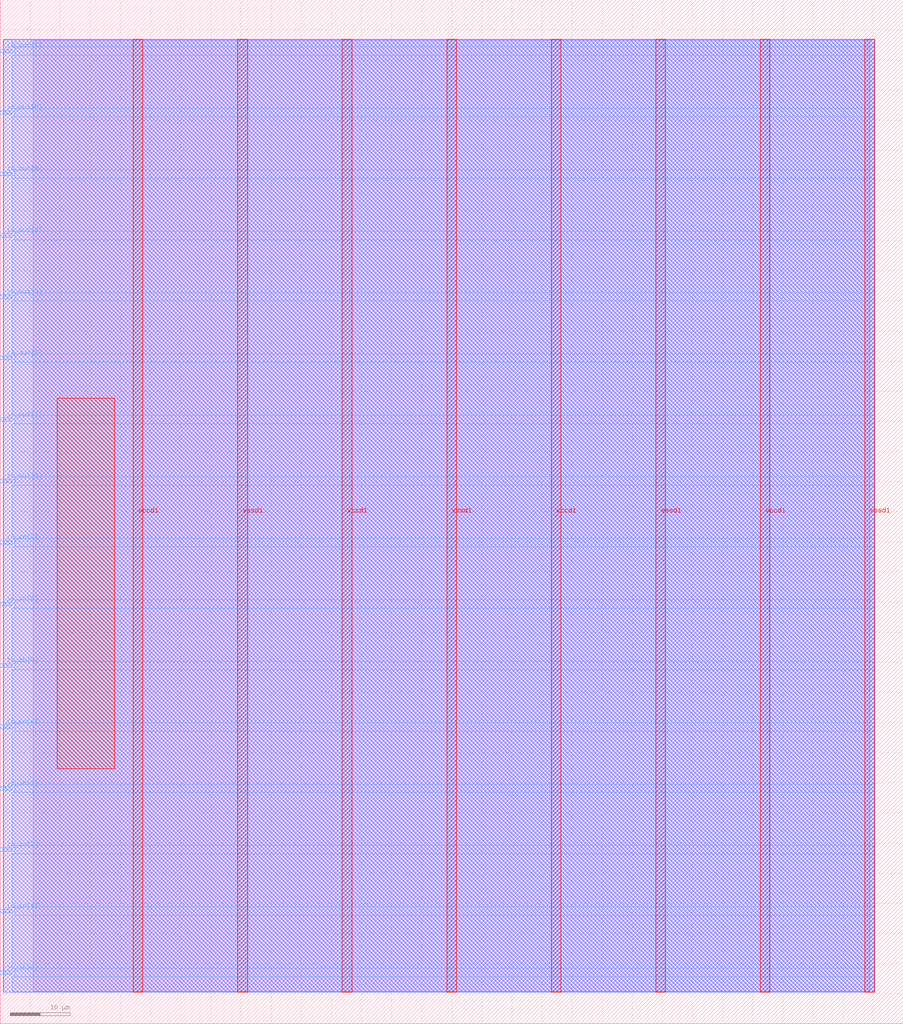
<source format=lef>
VERSION 5.7 ;
  NOWIREEXTENSIONATPIN ON ;
  DIVIDERCHAR "/" ;
  BUSBITCHARS "[]" ;
MACRO user_module_358370685977079809
  CLASS BLOCK ;
  FOREIGN user_module_358370685977079809 ;
  ORIGIN 0.000 0.000 ;
  SIZE 150.000 BY 170.000 ;
  PIN io_in[0]
    DIRECTION INPUT ;
    USE SIGNAL ;
    PORT
      LAYER met3 ;
        RECT 0.000 8.200 2.000 8.800 ;
    END
  END io_in[0]
  PIN io_in[1]
    DIRECTION INPUT ;
    USE SIGNAL ;
    PORT
      LAYER met3 ;
        RECT 0.000 18.400 2.000 19.000 ;
    END
  END io_in[1]
  PIN io_in[2]
    DIRECTION INPUT ;
    USE SIGNAL ;
    PORT
      LAYER met3 ;
        RECT 0.000 28.600 2.000 29.200 ;
    END
  END io_in[2]
  PIN io_in[3]
    DIRECTION INPUT ;
    USE SIGNAL ;
    PORT
      LAYER met3 ;
        RECT 0.000 38.800 2.000 39.400 ;
    END
  END io_in[3]
  PIN io_in[4]
    DIRECTION INPUT ;
    USE SIGNAL ;
    PORT
      LAYER met3 ;
        RECT 0.000 49.000 2.000 49.600 ;
    END
  END io_in[4]
  PIN io_in[5]
    DIRECTION INPUT ;
    USE SIGNAL ;
    PORT
      LAYER met3 ;
        RECT 0.000 59.200 2.000 59.800 ;
    END
  END io_in[5]
  PIN io_in[6]
    DIRECTION INPUT ;
    USE SIGNAL ;
    PORT
      LAYER met3 ;
        RECT 0.000 69.400 2.000 70.000 ;
    END
  END io_in[6]
  PIN io_in[7]
    DIRECTION INPUT ;
    USE SIGNAL ;
    PORT
      LAYER met3 ;
        RECT 0.000 79.600 2.000 80.200 ;
    END
  END io_in[7]
  PIN io_out[0]
    DIRECTION OUTPUT TRISTATE ;
    USE SIGNAL ;
    PORT
      LAYER met3 ;
        RECT 0.000 89.800 2.000 90.400 ;
    END
  END io_out[0]
  PIN io_out[1]
    DIRECTION OUTPUT TRISTATE ;
    USE SIGNAL ;
    PORT
      LAYER met3 ;
        RECT 0.000 100.000 2.000 100.600 ;
    END
  END io_out[1]
  PIN io_out[2]
    DIRECTION OUTPUT TRISTATE ;
    USE SIGNAL ;
    PORT
      LAYER met3 ;
        RECT 0.000 110.200 2.000 110.800 ;
    END
  END io_out[2]
  PIN io_out[3]
    DIRECTION OUTPUT TRISTATE ;
    USE SIGNAL ;
    PORT
      LAYER met3 ;
        RECT 0.000 120.400 2.000 121.000 ;
    END
  END io_out[3]
  PIN io_out[4]
    DIRECTION OUTPUT TRISTATE ;
    USE SIGNAL ;
    PORT
      LAYER met3 ;
        RECT 0.000 130.600 2.000 131.200 ;
    END
  END io_out[4]
  PIN io_out[5]
    DIRECTION OUTPUT TRISTATE ;
    USE SIGNAL ;
    PORT
      LAYER met3 ;
        RECT 0.000 140.800 2.000 141.400 ;
    END
  END io_out[5]
  PIN io_out[6]
    DIRECTION OUTPUT TRISTATE ;
    USE SIGNAL ;
    PORT
      LAYER met3 ;
        RECT 0.000 151.000 2.000 151.600 ;
    END
  END io_out[6]
  PIN io_out[7]
    DIRECTION OUTPUT TRISTATE ;
    USE SIGNAL ;
    PORT
      LAYER met3 ;
        RECT 0.000 161.200 2.000 161.800 ;
    END
  END io_out[7]
  PIN vccd1
    DIRECTION INOUT ;
    USE POWER ;
    PORT
      LAYER met4 ;
        RECT 22.085 5.200 23.685 163.440 ;
    END
    PORT
      LAYER met4 ;
        RECT 56.815 5.200 58.415 163.440 ;
    END
    PORT
      LAYER met4 ;
        RECT 91.545 5.200 93.145 163.440 ;
    END
    PORT
      LAYER met4 ;
        RECT 126.275 5.200 127.875 163.440 ;
    END
  END vccd1
  PIN vssd1
    DIRECTION INOUT ;
    USE GROUND ;
    PORT
      LAYER met4 ;
        RECT 39.450 5.200 41.050 163.440 ;
    END
    PORT
      LAYER met4 ;
        RECT 74.180 5.200 75.780 163.440 ;
    END
    PORT
      LAYER met4 ;
        RECT 108.910 5.200 110.510 163.440 ;
    END
    PORT
      LAYER met4 ;
        RECT 143.640 5.200 145.240 163.440 ;
    END
  END vssd1
  OBS
      LAYER li1 ;
        RECT 5.520 5.355 144.440 163.285 ;
      LAYER met1 ;
        RECT 0.530 5.200 145.240 163.440 ;
      LAYER met2 ;
        RECT 0.560 5.255 145.210 163.385 ;
      LAYER met3 ;
        RECT 2.000 162.200 145.230 163.365 ;
        RECT 2.400 160.800 145.230 162.200 ;
        RECT 2.000 152.000 145.230 160.800 ;
        RECT 2.400 150.600 145.230 152.000 ;
        RECT 2.000 141.800 145.230 150.600 ;
        RECT 2.400 140.400 145.230 141.800 ;
        RECT 2.000 131.600 145.230 140.400 ;
        RECT 2.400 130.200 145.230 131.600 ;
        RECT 2.000 121.400 145.230 130.200 ;
        RECT 2.400 120.000 145.230 121.400 ;
        RECT 2.000 111.200 145.230 120.000 ;
        RECT 2.400 109.800 145.230 111.200 ;
        RECT 2.000 101.000 145.230 109.800 ;
        RECT 2.400 99.600 145.230 101.000 ;
        RECT 2.000 90.800 145.230 99.600 ;
        RECT 2.400 89.400 145.230 90.800 ;
        RECT 2.000 80.600 145.230 89.400 ;
        RECT 2.400 79.200 145.230 80.600 ;
        RECT 2.000 70.400 145.230 79.200 ;
        RECT 2.400 69.000 145.230 70.400 ;
        RECT 2.000 60.200 145.230 69.000 ;
        RECT 2.400 58.800 145.230 60.200 ;
        RECT 2.000 50.000 145.230 58.800 ;
        RECT 2.400 48.600 145.230 50.000 ;
        RECT 2.000 39.800 145.230 48.600 ;
        RECT 2.400 38.400 145.230 39.800 ;
        RECT 2.000 29.600 145.230 38.400 ;
        RECT 2.400 28.200 145.230 29.600 ;
        RECT 2.000 19.400 145.230 28.200 ;
        RECT 2.400 18.000 145.230 19.400 ;
        RECT 2.000 9.200 145.230 18.000 ;
        RECT 2.400 7.800 145.230 9.200 ;
        RECT 2.000 5.275 145.230 7.800 ;
      LAYER met4 ;
        RECT 9.495 42.335 19.025 103.865 ;
  END
END user_module_358370685977079809
END LIBRARY


</source>
